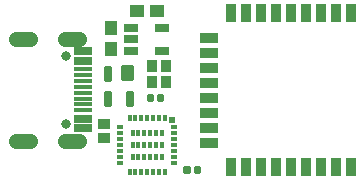
<source format=gbr>
G04 EAGLE Gerber RS-274X export*
G75*
%MOMM*%
%FSLAX34Y34*%
%LPD*%
%INSoldermask Top*%
%IPPOS*%
%AMOC8*
5,1,8,0,0,1.08239X$1,22.5*%
G01*
%ADD10R,0.300000X0.600000*%
%ADD11R,0.600000X0.300000*%
%ADD12R,0.500000X0.500000*%
%ADD13R,1.551600X0.701600*%
%ADD14R,1.551600X0.401600*%
%ADD15C,1.259600*%
%ADD16C,0.801600*%
%ADD17R,1.301600X0.651600*%
%ADD18R,1.101600X1.201600*%
%ADD19R,1.201600X1.101600*%
%ADD20R,1.001600X0.951600*%
%ADD21R,0.812800X1.524000*%
%ADD22R,1.524000X0.812800*%
%ADD23C,0.349309*%
%ADD24C,0.248975*%
%ADD25R,0.951600X1.001600*%
%ADD26C,0.372125*%


D10*
X142096Y50504D03*
X137096Y50504D03*
X132096Y50504D03*
X127096Y50504D03*
X122096Y50504D03*
X117096Y50504D03*
X112096Y50504D03*
D11*
X104096Y42504D03*
X104096Y37504D03*
X104096Y32504D03*
X104096Y27504D03*
X104096Y22504D03*
X104096Y17504D03*
X104096Y12504D03*
D10*
X112096Y4504D03*
X117096Y4504D03*
X122096Y4504D03*
X127096Y4504D03*
X132096Y4504D03*
X137096Y4504D03*
X142096Y4504D03*
D11*
X150096Y12504D03*
X150096Y17504D03*
X150096Y22504D03*
X150096Y27504D03*
X150096Y32504D03*
X150096Y37504D03*
X150096Y42504D03*
D12*
X148121Y48529D03*
D10*
X139596Y37504D03*
X139596Y27504D03*
X139596Y17504D03*
X134596Y37504D03*
X134596Y27504D03*
X134596Y17504D03*
X129596Y37504D03*
X129596Y27504D03*
X129596Y17504D03*
X124596Y37504D03*
X124596Y27504D03*
X124596Y17504D03*
X119596Y37504D03*
X119596Y27504D03*
X119596Y17504D03*
X114596Y37504D03*
X114596Y27504D03*
X114596Y17504D03*
D13*
X72800Y106800D03*
X72800Y98800D03*
D14*
X72800Y76800D03*
X72800Y81800D03*
X72800Y86800D03*
X72800Y91800D03*
X72800Y71800D03*
X72800Y66800D03*
X72800Y61800D03*
X72800Y56800D03*
D13*
X72800Y49800D03*
X72800Y41800D03*
D15*
X69440Y117500D02*
X57860Y117500D01*
X57860Y31100D02*
X69440Y31100D01*
X27640Y117500D02*
X16060Y117500D01*
X16060Y31100D02*
X27640Y31100D01*
D16*
X58350Y103200D03*
X58350Y45400D03*
D17*
X113468Y126506D03*
X113468Y117006D03*
X113468Y107506D03*
X139470Y107506D03*
X139470Y126506D03*
D18*
X96288Y109188D03*
X96288Y126188D03*
D19*
X118306Y140944D03*
X135306Y140944D03*
D20*
X90069Y33826D03*
X90069Y45426D03*
D21*
X197959Y9191D03*
X210659Y9191D03*
X223359Y9191D03*
X236059Y9191D03*
X248759Y9191D03*
X261459Y9191D03*
X274159Y9191D03*
X286859Y9191D03*
D22*
X179169Y29041D03*
X179169Y41741D03*
X179169Y54441D03*
X179169Y67141D03*
X179169Y79841D03*
X179169Y92541D03*
X179169Y105241D03*
D21*
X197959Y139161D03*
X210659Y139161D03*
X223359Y139161D03*
X236059Y139161D03*
X248759Y139161D03*
X261459Y139161D03*
X274159Y139161D03*
X286859Y139161D03*
D22*
X179169Y117941D03*
D21*
X299559Y139161D03*
X299559Y9191D03*
D23*
X106638Y83338D02*
X106638Y93262D01*
X114062Y93262D01*
X114062Y83338D01*
X106638Y83338D01*
X106638Y86656D02*
X114062Y86656D01*
X114062Y89974D02*
X106638Y89974D01*
D24*
X90937Y93763D02*
X90937Y82837D01*
X90937Y93763D02*
X95363Y93763D01*
X95363Y82837D01*
X90937Y82837D01*
X90937Y85202D02*
X95363Y85202D01*
X95363Y87567D02*
X90937Y87567D01*
X90937Y89932D02*
X95363Y89932D01*
X95363Y92297D02*
X90937Y92297D01*
X90937Y72663D02*
X90937Y61737D01*
X90937Y72663D02*
X95363Y72663D01*
X95363Y61737D01*
X90937Y61737D01*
X90937Y64102D02*
X95363Y64102D01*
X95363Y66467D02*
X90937Y66467D01*
X90937Y68832D02*
X95363Y68832D01*
X95363Y71197D02*
X90937Y71197D01*
X110137Y72663D02*
X110137Y61737D01*
X110137Y72663D02*
X114563Y72663D01*
X114563Y61737D01*
X110137Y61737D01*
X110137Y64102D02*
X114563Y64102D01*
X114563Y66467D02*
X110137Y66467D01*
X110137Y68832D02*
X114563Y68832D01*
X114563Y71197D02*
X110137Y71197D01*
D25*
X142800Y80500D03*
X131200Y80500D03*
X142800Y94250D03*
X131200Y94250D03*
D26*
X136972Y68648D02*
X139668Y68648D01*
X139668Y65352D01*
X136972Y65352D01*
X136972Y68648D01*
X131028Y68648D02*
X128332Y68648D01*
X131028Y68648D02*
X131028Y65352D01*
X128332Y65352D01*
X128332Y68648D01*
X167972Y7648D02*
X170668Y7648D01*
X170668Y4352D01*
X167972Y4352D01*
X167972Y7648D01*
X162028Y7648D02*
X159332Y7648D01*
X162028Y7648D02*
X162028Y4352D01*
X159332Y4352D01*
X159332Y7648D01*
M02*

</source>
